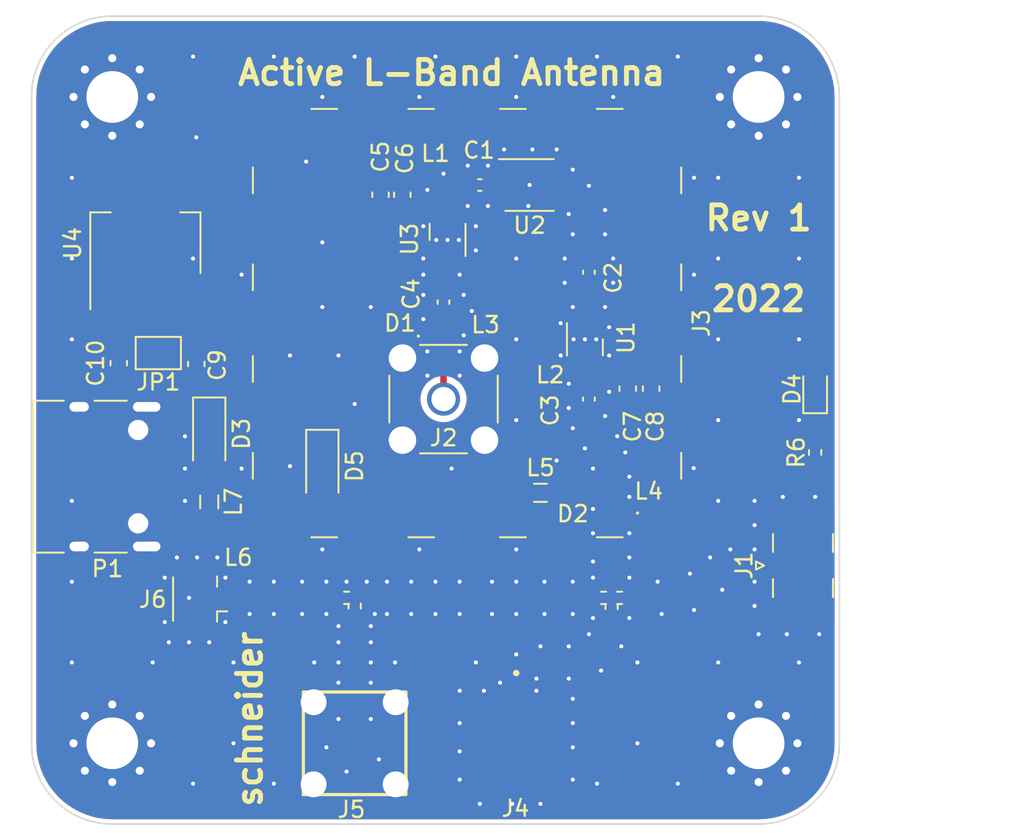
<source format=kicad_pcb>
(kicad_pcb (version 20211014) (generator pcbnew)
  (layers (0 "F.Cu" signal) (1 "In1.Cu" signal) (2 "In2.Cu" signal) (31 "B.Cu" signal) (34 "B.Paste" user) (35 "F.Paste" user) (36 "B.SilkS" user "B.Silkscreen") (37 "F.SilkS" user "F.Silkscreen") (38 "B.Mask" user) (39 "F.Mask" user) (44 "Edge.Cuts" user))
  (net 0 "")
  (net 1 "Net-(J1-Pad1)")
  (net 2 "Net-(J5-Pad1)")
  (net 3 "+5V")
  (net 5 "Net-(C1-Pad2)")
  (net 6 "Net-(C2-Pad1)")
  (net 7 "Net-(C2-Pad2)")
  (net 8 "Net-(C3-Pad1)")
  (net 9 "Net-(C3-Pad2)")
  (net 10 "Net-(C4-Pad1)")
  (net 11 "Net-(C1-Pad1)")
  (net 12 "Net-(C4-Pad2)")
  (net 13 "Net-(L4-Pad1)")
  (net 14 "GND")
  (net 15 "Net-(J6-Pad1)")
  (net 17 "Net-(R3-Pad2)")
  (net 18 "Net-(J4-Pad1)")
  (net 19 "VDD")
  (net 20 "Net-(D3-Pad2)")
  (net 21 "Net-(D4-Pad1)")
  (net 22 "Net-(D5-Pad2)")
  (net 23 "Net-(L6-Pad1)")
  (net 24 "Net-(L6-Pad2)")
  (footprint "Diode_SMD:D_SOD-123" (layer "F.Cu") (at 118 127.85 -90)
    (fp_text reference "D5")
    (fp_text value "MBR0520LT1G")
  )
  (footprint "Diode_SMD:D_0402_1005Metric" (layer "F.Cu") (at 125.035 119.8)
    (fp_text reference "D1")
    (fp_text value "LXES15AAA1-133")
  )
  (footprint "CONSMP001-SMD-G-T:LINX_CONSMP001-SMD-G-T" (layer "F.Cu") (at 130 145 180)
    (fp_text reference "J4")
    (fp_text value "CONSMP001-SMD-G-T")
  )
  (footprint "MountingHole:MountingHole_3.2mm_M3_Pad_Via" (layer "F.Cu") (at 145 145)
    (fp_text reference "H2" hide)
    (fp_text value "MountingHole_Pad")
  )
  (footprint "Capacitor_SMD:C_0603_1608Metric" (layer "F.Cu") (at 110.2 121.525 90)
    (fp_text reference "C9")
    (fp_text value "1u")
  )
  (footprint "Inductor_SMD:L_0402_1005Metric" (layer "F.Cu") (at 135 122.2 180)
    (fp_text reference "L2")
    (fp_text value "L")
  )
  (footprint "Diode_SMD:D_0603_1608Metric" (layer "F.Cu") (at 148.5 123.0875 90)
    (fp_text reference "D4")
    (fp_text value "LED")
  )
  (footprint "Capacitor_SMD:C_0603_1608Metric" (layer "F.Cu") (at 122.95 111.05 90)
    (fp_text reference "C6")
    (fp_text value "100p")
  )
  (footprint "Resistor_SMD:R_0402_1005Metric" (layer "F.Cu") (at 135.41 136 180)
    (fp_text reference "R3" hide)
    (fp_text value "0")
  )
  (footprint "MountingHole:MountingHole_3.2mm_M3_Pad_Via" (layer "F.Cu") (at 105 145)
    (fp_text reference "H1" hide)
    (fp_text value "MountingHole_Pad")
  )
  (footprint "Connector_Coaxial:SMA_Amphenol_901-144_Vertical" (layer "F.Cu") (at 125.5 123.7)
    (fp_text reference "J2")
    (fp_text value "Conn_Coaxial")
  )
  (footprint "RF_Shielding:Laird_Technologies_BMI-S-203-F_26.21x26.21mm" (layer "F.Cu") (at 126.955 118.995 -90)
    (fp_text reference "J3")
    (fp_text value "RFShield_TwoPieces")
  )
  (footprint "Inductor_SMD:L_0402_1005Metric" (layer "F.Cu") (at 126 118.95)
    (fp_text reference "L3")
    (fp_text value "3N9")
  )
  (footprint "Capacitor_SMD:C_0402_1005Metric" (layer "F.Cu") (at 125.5 117.7 90)
    (fp_text reference "C4")
    (fp_text value "100p")
  )
  (footprint "Diode_SMD:D_0402_1005Metric" (layer "F.Cu") (at 136.415 130.75 180)
    (fp_text reference "D2")
    (fp_text value "LXES15AAA1-133")
  )
  (footprint "Connector_USB:USB_C_Receptacle_HRO_TYPE-C-31-M-12" (layer "F.Cu") (at 104 128.5 -90)
    (fp_text reference "P1")
    (fp_text value "USB_C_Plug_USB2.0")
  )
  (footprint "Capacitor_SMD:C_0603_1608Metric" (layer "F.Cu") (at 121.6 111.05 90)
    (fp_text reference "C5")
    (fp_text value "1u")
  )
  (footprint "Capacitor_SMD:C_0402_1005Metric" (layer "F.Cu") (at 134.5 123.7 -90)
    (fp_text reference "C3")
    (fp_text value "100p")
  )
  (footprint "Resistor_SMD:R_0402_1005Metric" (layer "F.Cu") (at 120 136.51 -90)
    (fp_text reference "R4" hide)
    (fp_text value "0")
  )
  (footprint "MountingHole:MountingHole_3.2mm_M3_Pad_Via" (layer "F.Cu") (at 105 105)
    (fp_text reference "H4" hide)
    (fp_text value "MountingHole_Pad")
  )
  (footprint "Connector_Coaxial:U.FL_Hirose_U.FL-R-SMT-1_Vertical" (layer "F.Cu") (at 110.6 136.075 180)
    (fp_text reference "J6")
    (fp_text value "U.FL-R-SMT-1(60)")
  )
  (footprint "Capacitor_SMD:C_0402_1005Metric" (layer "F.Cu") (at 134.5 115.85 -90)
    (fp_text reference "C2")
    (fp_text value "100p")
  )
  (footprint "Inductor_SMD:L_0805_2012Metric" (layer "F.Cu") (at 131.5 129.5)
    (fp_text reference "L5")
    (fp_text value "10U")
  )
  (footprint "lsf-kicad-lib:DFN-8-1EP_2x2mm_P0.5mm_EP0.7x1.6mm" (layer "F.Cu") (at 134.25 120 -90)
    (fp_text reference "U1")
    (fp_text value "TQP3M9037")
  )
  (footprint "Jumper:SolderJumper-2_P1.3mm_Open_Pad1.0x1.5mm" (layer "F.Cu") (at 107.85 120.85 180)
    (fp_text reference "JP1")
    (fp_text value "SolderJumper_2_Open")
  )
  (footprint "Resistor_SMD:R_0402_1005Metric" (layer "F.Cu") (at 119.5 136 180)
    (fp_text reference "R5" hide)
    (fp_text value "0")
  )
  (footprint "lsf-kicad-lib:DFN-8-1EP_2x2mm_P0.5mm_EP0.7x1.6mm" (layer "F.Cu") (at 125.75 113.85 90)
    (fp_text reference "U3")
    (fp_text value "TQP3M9037")
  )
  (footprint "rosenberger-32K10K-400L5:32K10K-400L5" (layer "F.Cu") (at 120 145 90)
    (fp_text reference "J5")
    (fp_text value "SMA")
  )
  (footprint "Inductor_SMD:L_0402_1005Metric" (layer "F.Cu") (at 135.4 129.5)
    (fp_text reference "L4")
    (fp_text value "18N")
  )
  (footprint "Inductor_SMD:L_0805_2012Metric" (layer "F.Cu") (at 111 130.0625 90)
    (fp_text reference "L7")
    (fp_text value "L")
  )
  (footprint "Capacitor_SMD:C_0603_1608Metric" (layer "F.Cu") (at 136.9 123.05 -90)
    (fp_text reference "C7")
    (fp_text value "1u")
  )
  (footprint "Resistor_SMD:R_0402_1005Metric" (layer "F.Cu") (at 135.9 136.54 -90)
    (fp_text reference "R2" hide)
    (fp_text value "0")
  )
  (footprint "Package_TO_SOT_SMD:SOT-223-3_TabPin2" (layer "F.Cu") (at 107.05 114.05 90)
    (fp_text reference "U4")
    (fp_text value "AP1117-50")
  )
  (footprint "Resistor_SMD:R_0402_1005Metric" (layer "F.Cu") (at 148.5 127 90)
    (fp_text reference "R6")
    (fp_text value "1k")
  )
  (footprint "Capacitor_SMD:C_0603_1608Metric" (layer "F.Cu") (at 138.35 123.05 -90)
    (fp_text reference "C8")
    (fp_text value "100p")
  )
  (footprint "Capacitor_SMD:C_0603_1608Metric" (layer "F.Cu") (at 105.4 121.475 90)
    (fp_text reference "C10")
    (fp_text value "1u")
  )
  (footprint "Capacitor_SMD:C_0402_1005Metric" (layer "F.Cu") (at 127.75 110.45)
    (fp_text reference "C1")
    (fp_text value "100p")
  )
  (footprint "Inductor_SMD:L_0402_1005Metric" (layer "F.Cu") (at 110.5 132.5)
    (fp_text reference "L6")
    (fp_text value "L")
  )
  (footprint "Resistor_SMD:R_0402_1005Metric" (layer "F.Cu") (at 136.4 136)
    (fp_text reference "R1" hide)
    (fp_text value "0")
  )
  (footprint "Inductor_SMD:L_0402_1005Metric" (layer "F.Cu") (at 124.95 111.85)
    (fp_text reference "L1")
    (fp_text value "5N6")
  )
  (footprint "MountingHole:MountingHole_3.2mm_M3_Pad_Via" (layer "F.Cu") (at 145 105)
    (fp_text reference "H3" hide)
    (fp_text value "MountingHole_Pad")
  )
  (footprint "Diode_SMD:D_SOD-123" (layer "F.Cu") (at 111 125.85 -90)
    (fp_text reference "D3")
    (fp_text value "D_Schottky")
  )
  (footprint "Connector_Coaxial:SMA_Samtec_SMA-J-P-X-ST-EM1_EdgeMount" (layer "F.Cu") (at 147.6 134 90)
    (fp_text reference "J1")
    (fp_text value "Conn_Coaxial")
  )
  (footprint "LNA3030:DCC6C" (layer "F.Cu") (at 130.825 110.45)
    (fp_text reference "U2")
    (fp_text value "SF2250E")
  )
  (gr_arc (start 105 150) (mid 101.464466 148.535534) (end 100 145) (layer "Edge.Cuts") (width 0.1))
  (gr_arc (start 100 105) (mid 101.464466 101.464466) (end 105 100) (layer "Edge.Cuts") (width 0.1))
  (gr_arc (start 150 145) (mid 148.535534 148.535534) (end 145 150) (layer "Edge.Cuts") (width 0.1))
  (gr_line (start 100 145) (end 100 105) (layer "Edge.Cuts") (width 0.1))
  (gr_line (start 105 100) (end 145 100) (layer "Edge.Cuts") (width 0.1))
  (gr_line (start 145 150) (end 105 150) (layer "Edge.Cuts") (width 0.1))
  (gr_arc (start 145 100) (mid 148.535534 101.464466) (end 150 105) (layer "Edge.Cuts") (width 0.1))
  (gr_line (start 150 105) (end 150 145) (layer "Edge.Cuts") (width 0.1))
  (gr_text "Rev 1" (at 145 112.5) (layer "F.SilkS") (effects (font (size 1.5 1.5) (thickness 0.3))))
  (gr_text "2022" (at 145 117.5) (layer "F.SilkS") (effects (font (size 1.5 1.5) (thickness 0.3))))
  (gr_text "schneider" (at 113.5 143.5 90) (layer "F.SilkS") (effects (font (size 1.5 1.5) (thickness 0.3))))
  (gr_text "Active L-Band Antenna" (at 126 103.5) (layer "F.SilkS") (effects (font (size 1.5 1.5) (thickness 0.3))))
  (segment (start 144.417766 134) (end 147.8 134) (width 0.4) (layer "F.Cu") (net 1))
  (segment (start 136.91 136) (end 136.911777 135.998223) (width 0.4) (layer "F.Cu") (net 1))
  (segment (start 136.911777 135.998223) (end 139.733044 135.998223) (width 0.4) (layer "F.Cu") (net 1))
  (arc (start 141.4 135.25) (mid 142.784563 134.324865) (end 144.417766 134) (width 0.4) (layer "F.Cu") (net 1))
  (arc (start 139.733044 135.998223) (mid 140.635227 135.776668) (end 141.4 135.25) (width 0.4) (layer "F.Cu") (net 1))
  (segment (start 120 144.2) (end 120 137.12) (width 0.4) (layer "F.Cu") (net 2))
  (segment (start 124.465 111.85) (end 122.975 111.85) (width 0.4) (layer "F.Cu") (net 3))
  (segment (start 138.35 111.15) (end 134.45 107.25) (width 0.4) (layer "F.Cu") (net 3))
  (segment (start 107.05 117.2) (end 107.05 117.95) (width 0.4) (layer "F.Cu") (net 3))
  (segment (start 122.95 111.825) (end 121.6 111.825) (width 0.4) (layer "F.Cu") (net 3))
  (segment (start 122.55 107.25) (end 118.9 110.9) (width 0.4) (layer "F.Cu") (net 3))
  (segment (start 138.35 122.275) (end 138.35 111.15) (width 0.4) (layer "F.Cu") (net 3))
  (segment (start 118.9 110.9) (end 119.825 111.825) (width 0.4) (layer "F.Cu") (net 3))
  (segment (start 105.4 119.6) (end 105.4 120.7) (width 0.4) (layer "F.Cu") (net 3))
  (segment (start 107.05 117.95) (end 105.4 119.6) (width 0.4) (layer "F.Cu") (net 3))
  (segment (start 135.56 122.275) (end 135.485 122.2) (width 0.4) (layer "F.Cu") (net 3))
  (segment (start 148.475 122.275) (end 148.5 122.3) (width 0.4) (layer "F.Cu") (net 3))
  (segment (start 136.9 122.275) (end 135.56 122.275) (width 0.4) (layer "F.Cu") (net 3))
  (segment (start 138.35 122.275) (end 148.475 122.275) (width 0.4) (layer "F.Cu") (net 3))
  (segment (start 138.35 122.275) (end 136.9 122.275) (width 0.4) (layer "F.Cu") (net 3))
  (segment (start 134.45 107.25) (end 122.55 107.25) (width 0.4) (layer "F.Cu") (net 3))
  (segment (start 107.2 120.85) (end 105.55 120.85) (width 0.4) (layer "F.Cu") (net 3))
  (segment (start 107.45 110.5) (end 118.5 110.5) (width 0.4) (layer "F.Cu") (net 3))
  (segment (start 105.55 120.85) (end 105.4 120.7) (width 0.4) (layer "F.Cu") (net 3))
  (segment (start 118.5 110.5) (end 118.9 110.9) (width 0.4) (layer "F.Cu") (net 3))
  (segment (start 107.05 110.9) (end 107.45 110.5) (width 0.4) (layer "F.Cu") (net 3))
  (segment (start 122.975 111.85) (end 122.95 111.825) (width 0.4) (layer "F.Cu") (net 3))
  (segment (start 119.825 111.825) (end 121.6 111.825) (width 0.4) (layer "F.Cu") (net 3))
  (segment (start 107.05 117.2) (end 107.05 110.9) (width 0.4) (layer "F.Cu") (net 3))
  (segment (start 128.23 110.45) (end 129.6 110.45) (width 0.4) (layer "F.Cu") (net 5))
  (segment (start 132.05 110.45) (end 132.413604 110.45) (width 0.4) (layer "F.Cu") (net 6))
  (segment (start 134.5 113.314213) (end 134.5 115.37) (width 0.4) (layer "F.Cu") (net 6))
  (arc (start 133.5 110.9) (mid 134.240108 112.00765) (end 134.5 113.314213) (width 0.4) (layer "F.Cu") (net 6))
  (arc (start 132.413604 110.45) (mid 133.001557 110.566951) (end 133.5 110.9) (width 0.4) (layer "F.Cu") (net 6))
  (segment (start 134.5 116.33) (end 134.5 118.45) (width 0.4) (layer "F.Cu") (net 7))
  (segment (start 134.5 119) (end 134.5 118.45) (width 0.3) (layer "F.Cu") (net 7))
  (segment (start 134.515 122.2) (end 134.5 122.185) (width 0.4) (layer "F.Cu") (net 8))
  (segment (start 134.5 122.185) (end 134.5 121.55) (width 0.4) (layer "F.Cu") (net 8))
  (segment (start 134.5 123.22) (end 134.5 122.236213) (width 0.4) (layer "F.Cu") (net 8))
  (segment (start 134.5 121) (end 134.5 121.55) (width 0.3) (layer "F.Cu") (net 8))
  (arc (start 134.5 122.236213) (mid 134.503898 122.216615) (end 134.515 122.2) (width 0.4) (layer "F.Cu") (net 8))
  (segment (start 135.9 136.025858) (end 135.9 129.736396) (width 0.4) (layer "F.Cu") (net 9))
  (segment (start 134.5 124.18) (end 134.5 124.610051) (width 0.4) (layer "F.Cu") (net 9))
  (segment (start 135.885 127.953736) (end 135.885 129.5) (width 0.4) (layer "F.Cu") (net 9))
  (arc (start 135.2 126.3) (mid 135.706974 127.05874) (end 135.885 127.953736) (width 0.4) (layer "F.Cu") (net 9))
  (arc (start 134.5 124.610051) (mid 134.681923 125.524644) (end 135.2 126.3) (width 0.4) (layer "F.Cu") (net 9))
  (segment (start 125.515 118.9) (end 125.515 118.216213) (width 0.4) (layer "F.Cu") (net 10))
  (segment (start 125.5 123.7) (end 125.5 118.936213) (width 0.4) (layer "F.Cu") (net 10))
  (arc (start 125.5 118.936213) (mid 125.503898 118.916615) (end 125.515 118.9) (width 0.4) (layer "F.Cu") (net 10))
  (arc (start 125.515 118.216213) (mid 125.511102 118.196615) (end 125.5 118.18) (width 0.4) (layer "F.Cu") (net 10))
  (segment (start 125.5 112.85) (end 125.5 111.915) (width 0.3) (layer "F.Cu") (net 11))
  (segment (start 125.5 111.915) (end 125.435 111.85) (width 0.3) (layer "F.Cu") (net 11))
  (arc (start 125.9 111) (mid 126.453825 110.629946) (end 127.107106 110.5) (width 0.4) (layer "F.Cu") (net 11))
  (arc (start 125.45 112.086396) (mid 125.566951 111.498443) (end 125.9 111) (width 0.4) (layer "F.Cu") (net 11))
  (segment (start 125.5 114.85) (end 125.5 115.4) (width 0.3) (layer "F.Cu") (net 12))
  (segment (start 125.5 117.22) (end 125.5 115.4) (width 0.4) (layer "F.Cu") (net 12))
  (segment (start 134.915 129.5) (end 132.5625 129.5) (width 0.4) (layer "F.Cu") (net 13))
  (via (at 136.25 126) (size 0.7) (drill 0.25) (layers "F.Cu" "B.Cu") (net 14))
  (via (at 124.25 118.75) (size 0.7) (drill 0.25) (layers "F.Cu" "B.Cu") (net 14))
  (via (at 143.25 133) (size 0.7) (drill 0.25) (layers "F.Cu" "B.Cu") (net 14))
  (via (at 135.75 123.25) (size 0.7) (drill 0.25) (layers "F.Cu" "B.Cu") (net 14))
  (via (at 127.5 113) (size 0.7) (drill 0.25) (layers "F.Cu" "B.Cu") (net 14))
  (via (at 126.5 143.75) (size 0.7) (drill 0.25) (layers "F.Cu" "B.Cu") (net 14))
  (via (at 126.5 137) (size 0.7) (drill 0.25) (layers "F.Cu" "B.Cu") (net 14))
  (via (at 109 133.5) (size 0.7) (drill 0.25) (layers "F.Cu" "B.Cu") (net 14))
  (via (at 142.5 115) (size 0.7) (drill 0.25) (layers "F.Cu" "B.Cu") (net 14))
  (via (at 122 137) (size 0.7) (drill 0.25) (layers "F.Cu" "B.Cu") (net 14))
  (via (at 146.75 138.25) (size 0.7) (drill 0.25) (layers "F.Cu" "B.Cu") (net 14))
  (via (at 132.75 119) (size 0.7) (drill 0.25) (layers "F.Cu" "B.Cu") (net 14))
  (via (at 113.5 135) (size 0.7) (drill 0.25) (layers "F.Cu" "B.Cu") (net 14))
  (via (at 118.997226 141.247483) (size 0.7) (drill 0.25) (layers "F.Cu" "B.Cu") (net 14))
  (via (at 110 115) (size 0.7) (drill 0.25) (layers "F.Cu" "B.Cu") (net 14))
  (via (at 139 137) (size 0.7) (drill 0.25) (layers "F.Cu" "B.Cu") (net 14))
  (via (at 126.5 141.75) (size 0.7) (drill 0.25) (layers "F.Cu" "B.Cu") (net 14))
  (via (at 144.75 135) (size 0.7) (drill 0.25) (layers "F.Cu" "B.Cu") (net 14))
  (via (at 115 102.5) (size 0.7) (drill 0.25) (layers "F.Cu" "B.Cu") (net 14))
  (via (at 148.75 138.25) (size 0.7) (drill 0.25) (layers "F.Cu" "B.Cu") (net 14))
  (via (at 134.75 133.75) (size 0.7) (drill 0.25) (layers "F.Cu" "B.Cu") (net 14))
  (via (at 108.5 138.75) (size 0.7) (drill 0.25) (layers "F.Cu" "B.Cu") (net 14))
  (via (at 109.5 128) (size 0.7) (drill 0.25) (layers "F.Cu" "B.Cu") (net 14))
  (via (at 131 108.25) (size 0.7) (drill 0.25) (layers "F.Cu" "B.Cu") (net 14))
  (via (at 119 121) (size 0.7) (drill 0.25) (layers "F.Cu" "B.Cu") (net 14))
  (via (at 135.5 118) (size 0.7) (drill 0.25) (layers "F.Cu" "B.Cu") (net 14))
  (via (at 130 120) (size 0.7) (drill 0.25) (layers "F.Cu" "B.Cu") (net 14))
  (via (at 136.75 127) (size 0.7) (drill 0.25) (layers "F.Cu" "B.Cu") (net 14))
  (via (at 127.5 140) (size 0.7) (drill 0.25) (layers "F.Cu" "B.Cu") (net 14))
  (via (at 134.25 126.75) (size 0.7) (drill 0.25) (layers "F.Cu" "B.Cu") (net 14))
  (via (at 111 138.75) (size 0.7) (drill 0.25) (layers "F.Cu" "B.Cu") (net 14))
  (via (at 142.5 110) (size 0.7) (drill 0.25) (layers "F.Cu" "B.Cu") (net 14))
  (via (at 133.5 109.5) (size 0.7) (drill 0.25) (layers "F.Cu" "B.Cu") (net 14))
  (via (at 147.5 120) (size 0.7) (drill 0.25) (layers "F.Cu" "B.Cu") (net 14))
  (via (at 129.25 108.25) (size 0.7) (drill 0.25) (layers "F.Cu" "B.Cu") (net 14))
  (via (at 121 138.75) (size 0.7) (drill 0.25) (layers "F.Cu" "B.Cu") (net 14))
  (via (at 118 133) (size 0.7) (drill 0.25) (layers "F.Cu" "B.Cu") (net 14))
  (via (at 118 114) (size 0.7) (drill 0.25) (layers "F.Cu" "B.Cu") (net 14))
  (via (at 102.5 120) (size 0.7) (drill 0.25) (layers "F.Cu" "B.Cu") (net 14))
  (via (at 121 143.5) (size 0.7) (drill 0.25) (layers "F.Cu" "B.Cu") (net 14))
  (via (at 131.25 141.75) (size 0.7) (drill 0.25) (layers "F.Cu" "B.Cu") (net 14))
  (via (at 121.25 137) (size 0.7) (drill 0.25) (layers "F.Cu" "B.Cu") (net 14))
  (via (at 133.5 143.75) (size 0.7) (drill 0.25) (layers "F.Cu" "B.Cu") (net 14))
  (via (at 135 147.5) (size 0.7) (drill 0.25) (layers "F.Cu" "B.Cu") (net 14))
  (via (at 102.5 130) (size 0.7) (drill 0.25) (layers "F.Cu" "B.Cu") (net 14))
  (via (at 135.75 121) (size 0.7) (drill 0.25) (layers "F.Cu" "B.Cu") (net 14))
  (via (at 133.25 124.25) (size 0.7) (drill 0.25) (layers "F.Cu" "B.Cu") (net 14))
  (via (at 131.75 137) (size 0.7) (drill 0.25) (layers "F.Cu" "B.Cu") (net 14))
  (via (at 110.2 107.5) (size 0.7) (drill 0.25) (layers "F.Cu" "B.Cu") (net 14))
  (via (at 130 115) (size 0.7) (drill 0.25) (layers "F.Cu" "B.Cu") (net 14))
  (via (at 126.45 113.85) (size 0.7) (drill 0.25) (layers "F.Cu" "B.Cu") (net 14))
  (via (at 133.5 118) (size 0.7) (drill 0.25) (layers "F.Cu" "B.Cu") (net 14))
  (via (at 126.5 122.25) (size 0.7) (drill 0.25) (layers "F.Cu" "B.Cu") (net 14))
  (via (at 128 141.75) (size 0.7) (drill 0.25) (layers "F.Cu" "B.Cu") (net 14))
  (via (at 102.5 115) (size 0.7) (drill 0.25) (layers "F.Cu" "B.Cu") (net 14))
  (via (at 130.75 111.75) (size 0.7) (drill 0.25) (layers "F.Cu" "B.Cu") (net 14))
  (via (at 137 137.25) (size 0.7) (drill 0.25) (layers "F.Cu" "B.Cu") (net 14))
  (via (at 124.5 120.75) (size 0.7) (drill 0.25) (layers "F.Cu" "B.Cu") (net 14))
  (via (at 145 138.25) (size 0.7) (drill 0.25) (layers "F.Cu" "B.Cu") (net 14))
  (via (at 135.25 140.5) (size 0.7) (drill 0.25) (layers "F.Cu" "B.Cu") (net 14))
  (via (at 137 134.75) (size 0.7) (drill 0.25) (layers "F.Cu" "B.Cu") (net 14))
  (via (at 116 127.85) (size 0.7) (drill 0.25) (layers "F.Cu" "B.Cu") (net 14))
  (via (at 130.825 110.45) (size 0.7) (drill 0.25) (layers "F.Cu" "B.Cu") (net 14))
  (via (at 142.5 125) (size 0.7) (drill 0.25) (layers "F.Cu" "B.Cu") (net 14))
  (via (at 133.25 139) (size 0.7) (drill 0.25) (layers "F.Cu" "B.Cu") (net 14))
  (via (at 123.5 137) (size 0.7) (drill 0.25) (layers "F.Cu" "B.Cu") (net 14))
  (via (at 112 134.75) (size 0.7) (drill 0.25) (layers "F.Cu" "B.Cu") (net 14))
  (via (at 134.5 138.25) (size 0.7) (drill 0.25) (layers "F.Cu" "B.Cu") (net 14))
  (via (at 141 110) (size 0.7) (drill 0.25) (layers "F.Cu" "B.Cu") (net 14))
  (via (at 133 116.5) (size 0.7) (drill 0.25) (layers "F.Cu" "B.Cu") (net 14))
  (via (at 133.5 125.5) (size 0.7) (drill 0.25) (layers "F.Cu" "B.Cu") (net 14))
  (via (at 111.5 133.5) (size 0.7) (drill 0.25) (layers "F.Cu" "B.Cu") (net 14))
  (via (at 131.5 148.75) (size 0.7) (drill 0.25) (layers "F.Cu" "B.Cu") (net 14))
  (via (at 142.75 135.5) (size 0.7) (drill 0.25) (layers "F.Cu" "B.Cu") (net 14))
  (via (at 138.75 135) (size 0.7) (drill 0.25) (layers "F.Cu" "B.Cu") (net 14))
  (via (at 127.75 148.75) (size 0.7) (drill 0.25) (layers "F.Cu" "B.Cu") (net 14))
  (via (at 130 105) (size 0.7) (drill 0.25) (layers "F.Cu" "B.Cu") (net 14))
  (via (at 128.5 137) (size 0.7) (drill 0.25) (layers "F.Cu" "B.Cu") (net 14))
  (via (at 118.25 145.25) (size 0.7) (drill 0.25) (layers "F.Cu" "B.Cu") (net 14))
  (via (at 137 129.75) (size 0.7) (drill 0.25) (layers "F.Cu" "B.Cu") (net 14))
  (via (at 115 135) (size 0.7) (drill 0.25) (layers "F.Cu" "B.Cu") (net 14))
  (via (at 119 143.5) (size 0.7) (drill 0.25) (layers "F.Cu" "B.Cu") (net 14))
  (via (at 120 124) (size 0.7) (drill 0.25) (layers "F.Cu" "B.Cu") (net 14))
  (via (at 126.5 116) (size 0.7) (drill 0.25) (layers "F.Cu" "B.Cu") (net 14))
  (via (at 144.75 133) (size 0.7) (drill 0.25) (layers "F.Cu" "B.Cu") (net 14))
  (via (at 127.5 114.5) (size 0.7) (drill 0.25) (layers "F.Cu" "B.Cu") (net 14))
  (via (at 146.5 129.75) (size 0.7) (drill 0.25) (layers "F.Cu" "B.Cu") (net 14))
  (via (at 122 135) (size 0.7) (drill 0.25) (layers "F.Cu" "B.Cu") (net 14))
  (via (at 132.75 121) (size 0.7) (drill 0.25) (layers "F.Cu" "B.Cu") (net 14))
  (via (at 131.5 139) (size 0.7) (drill 0.25) (layers "F.Cu" "B.Cu") (net 14))
  (via (at 109.75 138.75) (size 0.7) (drill 0.25) (layers "F.Cu" "B.Cu") (net 14))
  (via (at 134.75 134.75) (size 0.7) (drill 0.25) (layers "F.Cu" "B.Cu") (net 14))
  (via (at 112.5 140) (size 0.7) (drill 0.25) (layers "F.Cu" "B.Cu") (net 14))
  (via (at 131.75 135) (size 0.7) (drill 0.25) (layers "F.Cu" "B.Cu") (net 14))
  (via (at 112.5 145) (size 0.7) (drill 0.25) (layers "F.Cu" "B.Cu") (net 14))
  (via (at 134.75 130.5) (size 0.7) (drill 0.25) (layers "F.Cu" "B.Cu") (net 14))
  (via (at 124.25 113) (size 0.7) (drill 0.25) (layers "F.Cu" "B.Cu") (net 14))
  (via (at 125.05 113.85) (size 0.7) (drill 0.25) (layers "F.Cu" "B.Cu") (net 14))
  (via (at 142.5 130) (size 0.7) (drill 0.25) (layers "F.Cu" "B.Cu") (net 14))
  (via (at 118.25 137) (size 0.7) (drill 0.25) (layers "F.Cu" "B.Cu") (net 14))
  (via (at 121 141.25) (size 0.7) (drill 0.25) (layers "F.Cu" "B.Cu") (net 14))
  (via (at 130 137) (size 0.7) (drill 0.25) (layers "F.Cu" "B.Cu") (net 14))
  (via (at 124.25 115) (size 0.7) (drill 0.25) (layers "F.Cu" "B.Cu") (net 14))
  (via (at 141 136.75) (size 0.7) (drill 0.25) (layers "F.Cu" "B.Cu") (net 14))
  (via (at 133.25 122.75) (size 0.7) (drill 0.25) (layers "F.Cu" "B.Cu") (net 14))
  (via (at 147.5 140) (size 0.7) (drill 0.25) (layers "F.Cu" "B.Cu") (net 14))
  (via (at 147.5 110) (size 0.7) (drill 0.25) (layers "F.Cu" "B.Cu") (net 14))
  (via (at 118 105) (size 0.7) (drill 0.25) (layers "F.Cu" "B.Cu") (net 14))
  (via (at 136.5 139) (size 0.7) (drill 0.25) (layers "F.Cu" "B.Cu") (net 14))
  (via (at 133.25 112.25) (size 0.7) (drill 0.25) (layers "F.Cu" "B.Cu") (net 14))
  (via (at 116 121) (size 0.7) (drill 0.25) (layers "F.Cu" "B.Cu") (net 14))
  (via (at 121 137.75) (size 0.7) (drill 0.25) (layers "F.Cu" "B.Cu") (net 14))
  (via (at 118.25 135) (size 0.7) (drill 0.25) (layers "F.Cu" "B.Cu") (net 14))
  (via (at 119 138.75) (size 0.7) (drill 0.25) (layers "F.Cu" "B.Cu") (net 14))
  (via (at 115 137) (size 0.7) (drill 0.25) (layers "F.Cu" "B.Cu") (net 14))
  (via (at 124 133) (size 0.7) (drill 0.25) (layers "F.Cu" "B.Cu") (net 14))
  (via (at 102.5 110) (size 0.7) (drill 0.25) (layers "F.Cu" "B.Cu") (net 14))
  (via (at 147.5 125) (size 0.7) (drill 0.25) (layers "F.Cu" "B.Cu") (net 14))
  (via (at 125.5 109.75) (size 0.7) (drill 0.25) (layers "F.Cu" "B.Cu") (net 14))
  (via (at 109.75 136) (size 0.7) (drill 0.25) (layers "F.Cu" "B.Cu") (net 14))
  (via (at 144.75 136.5) (size 0.7) (drill 0.25) (layers "F.Cu" "B.Cu") (net 14))
  (via (at 137 132) (size 0.7) (drill 0.25) (layers "F.Cu" "B.Cu") (net 14))
  (via (at 124.25 116) (size 0.7) (drill 0.25) (layers "F.Cu" "B.Cu") (net 14))
  (via (at 136 116.5) (size 0.7) (drill 0.25) (layers "F.Cu" "B.Cu") (net 14))
  (via (at 117 109) (size 0.7) (drill 0.25) (layers "F.Cu" "B.Cu") (net 14))
  (via (at 140 102.5) (size 0.7) (drill 0.25) (layers "F.Cu" "B.Cu") (net 14))
  (via (at 127 111.75) (size 0.7) (drill 0.25) (layers "F.Cu" "B.Cu") (net 14))
  (via (at 132.5 127.5) (size 0.7) (drill 0.25) (layers "F.Cu" "B.Cu") (net 14))
  (via (at 130 102.5) (size 0.7) (drill 0.25) (layers "F.Cu" "B.Cu") (net 14))
  (via (at 144.75 131.5) (size 0.7) (drill 0.25) (layers "F.Cu" "B.Cu") (net 14))
  (via (at 135.5 113.5) (size 0.7) (drill 0.25) (layers "F.Cu" "B.Cu") (net 14))
  (via (at 126.5 147.25) (size 0.7) (drill 0.25) (layers "F.Cu" "B.Cu") (net 14))
  (via (at 125 135) (size 0.7) (drill 0.25) (layers "F.Cu" "B.Cu") (net 14))
  (via (at 133.5 147.25) (size 0.7) (drill 0.25) (layers "F.Cu" "B.Cu") (net 14))
  (via (at 126.5 145.5) (size 0.7) (drill 0.25) (layers "F.Cu" "B.Cu") (net 14))
  (via (at 125.75 113.85) (size 0.7) (drill 0.25) (layers "F.Cu" "B.Cu") (net 14))
  (via (at 129 141.25) (size 0.7) (drill 0.25) (layers "F.Cu" "B.Cu") (net 14))
  (via (at 132.5 108.25) (size 0.7) (drill 0.25) (layers "F.Cu" "B.Cu") (net 14))
  (via (at 134.75 137.25) (size 0.7) (drill 0.25) (layers "F.Cu" "B.Cu") (net 14))
  (via (at 109.5 130) (size 0.7) (drill 0.25) (layers "F.Cu" "B.Cu") (net 14))
  (via (at 126.75 117.25) (size 0.7) (drill 0.25) (layers "F.Cu" "B.Cu") (net 14))
  (via (at 121 140) (size 0.7) (drill 0.25) (layers "F.Cu" "B.Cu") (net 14))
  (via (at 125 102.5) (size 0.7) (drill 0.25) (layers "F.Cu" "B.Cu") (net 14))
  (via (at 130 139.5) (size 0.7) (drill 0.25) (layers "F.Cu" "B.Cu") (net 14))
  (via (at 126 128) (size 0.7) (drill 0.25) (layers "F.Cu" "B.Cu") (net 14))
  (via (at 121.5 146) (size 0.7) (drill 0.25) (layers "F.Cu" "B.Cu") (net 14))
  (via (at 107.5 140) (size 0.7) (drill 0.25) (layers "F.Cu" "B.Cu") (net 14))
  (via (at 140 147.5) (size 0.7) (drill 0.25) (layers "F.Cu" "B.Cu") (net 14))
  (via (at 119.5 135) (size 0.7) (drill 0.25) (layers "F.Cu" "B.Cu") (net 14))
  (via (at 126.5 120.75) (size 0.7) (drill 0.25) (layers "F.Cu" "B.Cu") (net 14))
  (via (at 102.5 135) (size 0.7) (drill 0.25) (layers "F.Cu" "B.Cu") (net 14))
  (via (at 124.5 110.75) (size 0.7) (drill 0.25) (layers "F.Cu" "B.Cu") (net 14))
  (via (at 102.5 140) (size 0.7) (drill 0.25) (layers "F.Cu" "B.Cu") (net 14))
  (via (at 127.25 118.25) (size 0.7) (drill 0.25) (layers "F.Cu" "B.Cu") (net 14))
  (via (at 133.5 145.25) (size 0.7) (drill 0.25) (layers "F.Cu" "B.Cu") (net 14))
  (via (at 108.25 134.75) (size 0.7) (drill 0.25) (layers "F.Cu" "B.Cu") (net 14))
  (via (at 129.75 148.75) (size 0.7) (drill 0.25) (layers "F.Cu" "B.Cu") (net 14))
  (via (at 134.5 110.5) (size 0.7) (drill 0.25) (layers "F.Cu" "B.Cu") (net 14))
  (via (at 130 125) (size 0.7) (drill 0.25) (layers "F.Cu" "B.Cu") (net 14))
  (via (at 142.5 120) (size 0.7) (drill 0.25) (layers "F.Cu" "B.Cu") (net 14))
  (via (at 127 109.25) (size 0.7) (drill 0.25) (layers "F.Cu" "B.Cu") (net 14))
  (via (at 133.5 142.25) (size 0.7) (drill 0.25) (layers "F.Cu" "B.Cu") (net 14))
  (via (at 117.5 140) (size 0.7) (drill 0.25) (layers "F.Cu" "B.Cu") (net 14))
  (via (at 126.5 135) (size 0.7) (drill 0.25) (layers "F.Cu" "B.Cu") (net 14))
  (via (at 135.5 112) (size 0.7) (drill 0.25) (layers "F.Cu" "B.Cu") (net 14))
  (via (at 115 147.5) (size 0.7) (drill 0.25) (layers "F.Cu" "B.Cu") (net 14))
  (via (at 124.25 117.25) (size 0.7) (drill 0.25) (layers "F.Cu" "B.Cu") (net 14))
  (via (at 125 137) (size 0.7) (drill 0.25) (layers "F.Cu" "B.Cu") (net 14))
  (via (at 134.25 120) (size 0.7) (drill 0.25) (layers "F.Cu" "B.Cu") (net 14))
  (via (at 113 116) (size 0.7) (drill 0.25) (layers "F.Cu" "B.Cu") (net 14))
  (via (at 148.5 129.75) (size 0.7) (drill 0.25) (layers "F.Cu" "B.Cu") (net 14))
  (via (at 124 105) (size 0.7) (drill 0.25) (layers "F.Cu" "B.Cu") (net 14))
  (via (at 122.5 140) (size 0.7) (drill 0.25) (layers "F.Cu" "B.Cu") (net 14))
  (via (at 137 133.5) (size 0.7) (drill 0.25) (layers "F.Cu" "B.Cu") (net 14))
  (via (at 128.25 111.75) (size 0.7) (drill 0.25) (layers "F.Cu" "B.Cu") (net 14))
  (via (at 128.5 135) (size 0.7) (drill 0.25) (layers "F.Cu" "B.Cu") (net 14))
  (via (at 140.979926 127.972251) (size 0.7) (drill 0.25) (layers "F.Cu" "B.Cu") (net 14))
  (via (at 130 133) (size 0.7) (drill 0.25) (layers "F.Cu" "B.Cu") (net 14))
  (via (at 141 116) (size 0.7) (drill 0.25) (layers "F.Cu" "B.Cu") (net 14))
  (via (at 133.55 120) (size 0.7) (drill 0.25) (layers "F.Cu" "B.Cu") (net 14))
  (via (at 133.25 141) (size 0.7) (drill 0.25) (layers "F.Cu" "B.Cu") (net 14))
  (via (at 137.5 145) (size 0.7) (drill 0.25) (layers "F.Cu" "B.Cu") (net 14))
  (via (at 142.5 140) (size 0.7) (drill 0.25) (layers "F.Cu" "B.Cu") (net 14))
  (via (at 120.75 135) (size 0.7) (drill 0.25) (layers "F.Cu" "B.Cu") (net 14))
  (via (at 113 128) (size 0.7) (drill 0.25) (layers "F.Cu" "B.Cu") (net 14))
  (via (at 118 118) (size 0.7) (drill 0.25) (layers "F.Cu" "B.Cu") (net 14))
  (via (at 134.75 132) (size 0.7) (drill 0.25) (layers "F.Cu" "B.Cu") (net 14))
  (via (at 116.75 135) (size 0.7) (drill 0.25) (layers "F.Cu" "B.Cu") (net 14))
  (via (at 137.5 140) (size 0.7) (drill 0.25) (layers "F.Cu" "B.Cu") (net 14))
  (via (at 133.5 137) (size 0.7) (drill 0.25) (layers "F.Cu" "B.Cu") (net 14))
  (via (at 136 105) (size 0.7) (drill 0.25) (layers "F.Cu" "B.Cu") (net 14))
  (via (at 123.5 135) (size 0.7) (drill 0.25) (layers "F.Cu" "B.Cu") (net 14))
  (via (at 116.75 137) (size 0.7) (drill 0.25) (layers "F.Cu" "B.Cu") (net 14))
  (via (at 144.75 130) (size 0.7) (drill 0.25) (layers "F.Cu" "B.Cu") (net 14))
  (via (at 131.25 141) (size 0.7) (drill 0.25) (layers "F.Cu" "B.Cu") (net 14))
  (via (at 109.5 126) (size 0.7) (drill 0.25) (layers "F.Cu" "B.Cu") (net 14))
  (via (at 112 137.5) (size 0.7) (drill 0.25) (layers "F.Cu" "B.Cu") (net 14))
  (via (at 136 115) (size 0.7) (drill 0.25) (layers "F.Cu" "B.Cu") (net 14))
  (via (at 142 133.5) (size 0.7) (drill 0.25) (layers "F.Cu" "B.Cu") (net 14))
  (via (at 133.5 135) (size 0.7) (drill 0.25) (layers "F.Cu" "B.Cu") (net 14))
  (via (at 120 102.5) (size 0.7) (drill 0.25) (layers "F.Cu" "B.Cu") (net 14))
  (via (at 133 115) (size 0.7) (drill 0.25) (layers "F.Cu" "B.Cu") (net 14))
  (via (at 140.75 134.5) (size 0.7) (drill 0.25) (layers "F.Cu" "B.Cu") (net 14))
  (via (at 113.5 137) (size 0.7) (drill 0.25) (layers "F.Cu" "B.Cu") (net 14))
  (via (at 119.5 146.75) (size 0.7) (drill 0.25) (layers "F.Cu" "B.Cu") (net 14))
  (via (at 147.5 115) (size 0.7) (drill 0.25) (layers "F.Cu" "B.Cu") (net 14))
  (via (at 124.5 122.25) (size 0.7) (drill 0.25) (layers "F.Cu" "B.Cu") (net 14))
  (via (at 128.25 109.25) (size 0.7) (drill 0.25) (layers "F.Cu" "B.Cu") (net 14))
  (via (at 110.25 133.5) (size 0.7) (drill 0.25) (layers "F.Cu" "B.Cu") (net 14))
  (via (at 135.5 124.75) (size 0.7) (drill 0.25) (layers "F.Cu" "B.Cu") (net 14))
  (via (at 135.75 119.25) (size 0.7) (drill 0.25) (layers "F.Cu" "B.Cu") (net 14))
  (via (at 121 118) (size 0.7) (drill 0.25) (layers "F.Cu" "B.Cu") (net 14))
  (via (at 110 102.5) (size 0.7) (drill 0.25) (layers "F.Cu" "B.Cu") (net 14))
  (via (at 135 102.5) (size 0.7) (drill 0.25) (layers "F.Cu" "B.Cu") (net 14))
  (via (at 134.95 120) (size 0.7) (drill 0.25) (layers "F.Cu" "B.Cu") (net 14))
  (via (at 119 140) (size 0.7) (drill 0.25) (layers "F.Cu" "B.Cu") (net 14))
  (via (at 134.75 128) (size 0.7) (drill 0.25) (layers "F.Cu" "B.Cu") (net 14))
  (via (at 130 135) (size 0.7) (drill 0.25) (layers "F.Cu" "B.Cu") (net 14))
  (via (at 119 137.75) (size 0.7) (drill 0.25) (layers "F.Cu" "B.Cu") (net 14))
  (via (at 133.5 113.5) (size 0.7) (drill 0.25) (layers "F.Cu" "B.Cu") (net 14))
  (via (at 108.25 137.5) (size 0.7) (drill 0.25) (layers "F.Cu" "B.Cu") (net 14))
  (via (at 110 147.5) (size 0.7) (drill 0.25) (layers "F.Cu" "B.Cu") (net 14))
  (via (at 137 128.5) (size 0.7) (drill 0.25) (layers "F.Cu" "B.Cu") (net 14))
  (via (at 126.75 119.75) (size 0.7) (drill 0.25) (layers "F.Cu" "B.Cu") (net 14))
  (segment (start 118.99 136) (end 111.831066 136) (width 0.4) (layer "F.Cu") (net 15))
  (arc (start 111.831066 136) (mid 111.733074 136.019491) (end 111.65 136.075) (width 0.4) (layer "F.Cu") (net 15))
  (segment (start 134.9 136) (end 120 136) (width 0.4) (layer "F.Cu") (net 17))
  (segment (start 135.9 137.05) (end 135.9 137.6) (width 0.4) (layer "F.Cu") (net 18))
  (segment (start 133.5 140) (end 131.5 140) (width 0.4) (layer "F.Cu") (net 18))
  (segment (start 130 141.5) (end 130 142.055) (width 0.4) (layer "F.Cu") (net 18))
  (arc (start 131.5 140) (mid 130.43934 140.43934) (end 130 141.5) (width 0.4) (layer "F.Cu") (net 18))
  (arc (start 135.9 137.6) (mid 135.197056 139.297056) (end 133.5 140) (width 0.4) (layer "F.Cu") (net 18))
  (segment (start 110.2 120.75) (end 110.75 120.75) (width 0.4) (layer "F.Cu") (net 19))
  (segment (start 110.75 120.75) (end 112.25 122.25) (width 0.4) (layer "F.Cu") (net 19))
  (segment (start 118 125.3) (end 118 126.2) (width 0.4) (layer "F.Cu") (net 19))
  (segment (start 111 124.2) (end 111 123.5) (width 0.4) (layer "F.Cu") (net 19))
  (segment (start 110.2 119.8) (end 110.2 120.75) (width 0.4) (layer "F.Cu") (net 19))
  (segment (start 114.95 122.25) (end 112.25 122.25) (width 0.4) (layer "F.Cu") (net 19))
  (segment (start 109.35 117.2) (end 109.35 118.95) (width 0.4) (layer "F.Cu") (net 19))
  (segment (start 108.5 120.85) (end 110.1 120.85) (width 0.4) (layer "F.Cu") (net 19))
  (segment (start 110.1 120.85) (end 110.2 120.75) (width 0.4) (layer "F.Cu") (net 19))
  (segment (start 109.35 118.95) (end 110.2 119.8) (width 0.4) (layer "F.Cu") (net 19))
  (segment (start 111 123.5) (end 112.25 122.25) (width 0.4) (layer "F.Cu") (net 19))
  (segment (start 114.95 122.25) (end 118 125.3) (width 0.4) (layer "F.Cu") (net 19))
  (segment (start 111 129) (end 111 127.5) (width 0.4) (layer "F.Cu") (net 20))
  (segment (start 148.5 123.875) (end 148.5 126.49) (width 0.4) (layer "F.Cu") (net 21))
  (segment (start 130.4375 129.5) (end 118 129.5) (width 0.4) (layer "F.Cu") (net 22))
  (segment (start 106.25 127.1) (end 106.25 129.9) (width 0.4) (layer "F.Cu") (net 23))
  (segment (start 108.95 130.95) (end 109.25 131.25) (width 0.4) (layer "F.Cu") (net 23))
  (segment (start 107.3 130.95) (end 108.045 130.95) (width 0.4) (layer "F.Cu") (net 23))
  (segment (start 109.25 131.25) (end 110.015 132.015) (width 0.4) (layer "F.Cu") (net 23))
  (segment (start 108.045 126.05) (end 107.3 126.05) (width 0.4) (layer "F.Cu") (net 23))
  (segment (start 108.045 130.95) (end 108.95 130.95) (width 0.4) (layer "F.Cu") (net 23))
  (segment (start 107.3 126.05) (end 106.25 127.1) (width 0.4) (layer "F.Cu") (net 23))
  (segment (start 106.25 129.9) (end 107.3 130.95) (width 0.4) (layer "F.Cu") (net 23))
  (segment (start 110.015 132.015) (end 110.015 132.5) (width 0.4) (layer "F.Cu") (net 23))
  (segment (start 110.985 132.5) (end 110.985 131.14) (width 0.4) (layer "F.Cu") (net 24))
  (segment (start 110.985 131.14) (end 111 131.125) (width 0.4) (layer "F.Cu") (net 24))
  (zone (net 14) (net_name "GND") (layers "F.Cu" "In1.Cu" "In2.Cu" "B.Cu") (connect_pads yes (clearance 0.3)) (min_thickness 0.25) (fill yes (thermal_gap 0.508) (thermal_bridge_width 0.508))
    (polygon (pts (xy 151 151) (xy 99 151) (xy 99 99) (xy 151 99)))
  )
)
</source>
